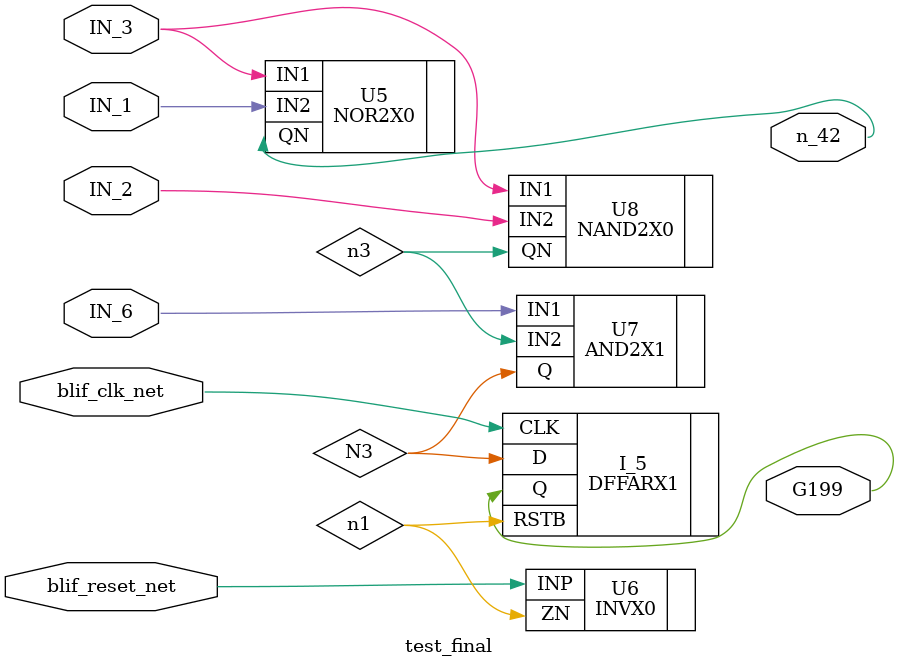
<source format=v>


module test_final ( blif_clk_net, blif_reset_net, IN_1, IN_2, IN_3, IN_6, n_42, 
        G199 );
  input blif_clk_net, blif_reset_net, IN_1, IN_2, IN_3, IN_6;
  output n_42, G199;
  wire   N3, n1, n3;

  DFFARX1 I_5 ( .D(N3), .CLK(blif_clk_net), .RSTB(n1), .Q(G199) );
  NOR2X0 U5 ( .IN1(IN_3), .IN2(IN_1), .QN(n_42) );
  AND2X1 U7 ( .IN1(IN_6), .IN2(n3), .Q(N3) );
  NAND2X0 U8 ( .IN1(IN_3), .IN2(IN_2), .QN(n3) );
  INVX0 U6 ( .INP(blif_reset_net), .ZN(n1) );
endmodule


</source>
